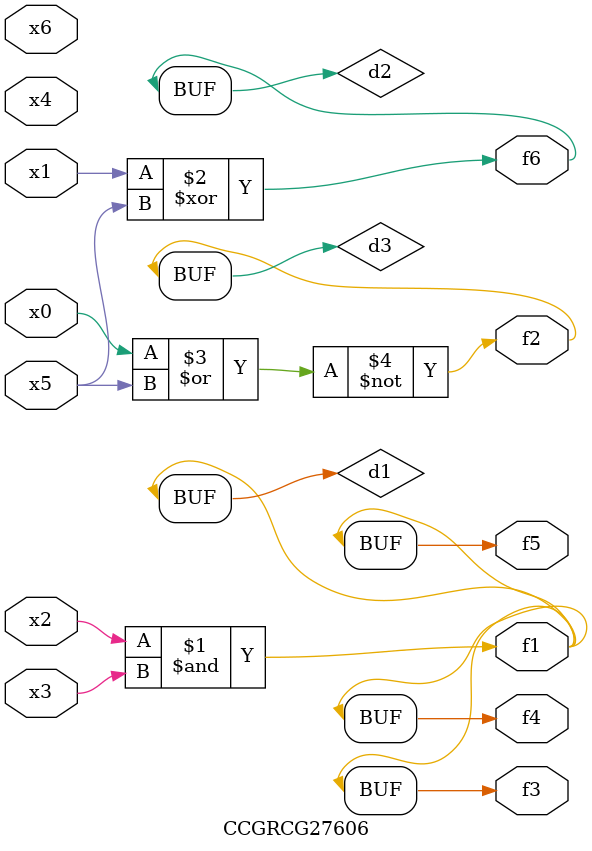
<source format=v>
module CCGRCG27606(
	input x0, x1, x2, x3, x4, x5, x6,
	output f1, f2, f3, f4, f5, f6
);

	wire d1, d2, d3;

	and (d1, x2, x3);
	xor (d2, x1, x5);
	nor (d3, x0, x5);
	assign f1 = d1;
	assign f2 = d3;
	assign f3 = d1;
	assign f4 = d1;
	assign f5 = d1;
	assign f6 = d2;
endmodule

</source>
